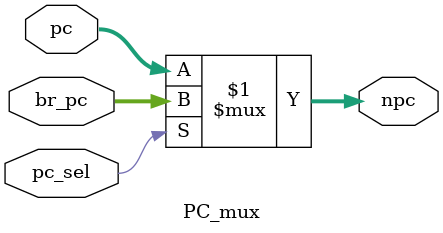
<source format=v>
`timescale 1ns / 1ps
module PC_mux(
    input [11:0]pc,
    input [11:0]br_pc,
    input pc_sel,
    output [11:0]npc
    );
	assign npc = pc_sel ? br_pc : pc ;  		//1-> pc  ;0-> br_pc

endmodule

</source>
